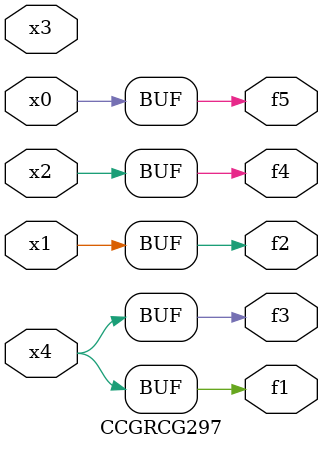
<source format=v>
module CCGRCG297(
	input x0, x1, x2, x3, x4,
	output f1, f2, f3, f4, f5
);
	assign f1 = x4;
	assign f2 = x1;
	assign f3 = x4;
	assign f4 = x2;
	assign f5 = x0;
endmodule

</source>
